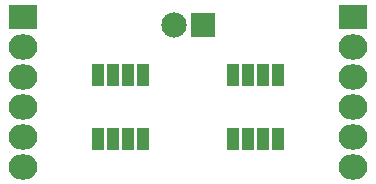
<source format=gts>
G04 #@! TF.FileFunction,Soldermask,Top*
%FSLAX45Y45*%
G04 Gerber Fmt 4.5, Leading zero omitted, Abs format (unit mm)*
G04 Created by KiCad (PCBNEW 4.0.4-stable) date Sat Oct 29 12:27:33 2016*
%MOMM*%
%LPD*%
G01*
G04 APERTURE LIST*
%ADD10C,0.100000*%
%ADD11R,2.150000X2.150000*%
%ADD12C,2.150000*%
%ADD13R,1.000000X1.950000*%
%ADD14R,2.432000X2.127200*%
%ADD15O,2.432000X2.127200*%
G04 APERTURE END LIST*
D10*
D11*
X9842500Y-9207500D03*
D12*
X9592500Y-9207500D03*
D13*
X8953500Y-10176000D03*
X9080500Y-10176000D03*
X9207500Y-10176000D03*
X9334500Y-10176000D03*
X9334500Y-9636000D03*
X9207500Y-9636000D03*
X9080500Y-9636000D03*
X8953500Y-9636000D03*
X10096500Y-10176000D03*
X10223500Y-10176000D03*
X10350500Y-10176000D03*
X10477500Y-10176000D03*
X10477500Y-9636000D03*
X10350500Y-9636000D03*
X10223500Y-9636000D03*
X10096500Y-9636000D03*
D14*
X8318500Y-9144000D03*
D15*
X8318500Y-9398000D03*
X8318500Y-9652000D03*
X8318500Y-9906000D03*
X8318500Y-10160000D03*
X8318500Y-10414000D03*
D14*
X11112500Y-9144000D03*
D15*
X11112500Y-9398000D03*
X11112500Y-9652000D03*
X11112500Y-9906000D03*
X11112500Y-10160000D03*
X11112500Y-10414000D03*
M02*

</source>
